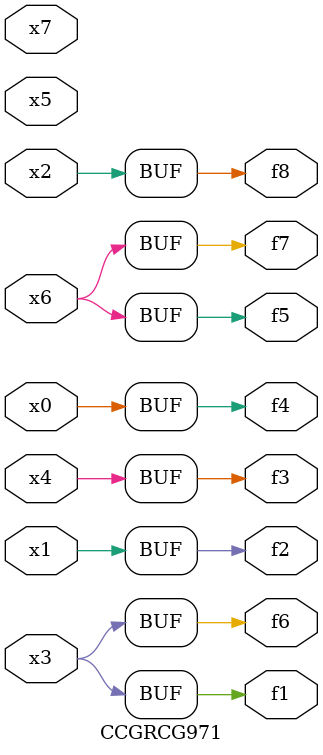
<source format=v>
module CCGRCG971(
	input x0, x1, x2, x3, x4, x5, x6, x7,
	output f1, f2, f3, f4, f5, f6, f7, f8
);
	assign f1 = x3;
	assign f2 = x1;
	assign f3 = x4;
	assign f4 = x0;
	assign f5 = x6;
	assign f6 = x3;
	assign f7 = x6;
	assign f8 = x2;
endmodule

</source>
